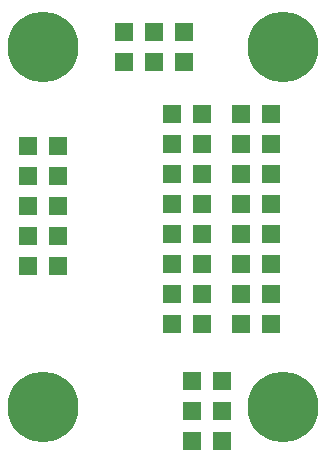
<source format=gbr>
G04 #@! TF.FileFunction,Soldermask,Top*
%FSLAX46Y46*%
G04 Gerber Fmt 4.6, Leading zero omitted, Abs format (unit mm)*
G04 Created by KiCad (PCBNEW 0.201505041002+5641~23~ubuntu14.04.1-product) date St 6. květen 2015, 01:30:27 CEST*
%MOMM*%
G01*
G04 APERTURE LIST*
%ADD10C,0.300000*%
%ADD11R,1.524000X1.524000*%
%ADD12C,6.000000*%
G04 APERTURE END LIST*
D10*
D11*
X20193000Y2159000D03*
X17653000Y2159000D03*
X20193000Y4699000D03*
X17653000Y4699000D03*
X20193000Y7239000D03*
X17653000Y7239000D03*
X21844000Y27305000D03*
X24384000Y27305000D03*
D12*
X25400000Y35560000D03*
X5080000Y35560000D03*
X25400000Y5080000D03*
X5080000Y5080000D03*
D11*
X16002000Y12065000D03*
X18542000Y12065000D03*
X16002000Y14605000D03*
X18542000Y14605000D03*
X16002000Y17145000D03*
X18542000Y17145000D03*
X16002000Y19685000D03*
X18542000Y19685000D03*
X16002000Y22225000D03*
X18542000Y22225000D03*
X16002000Y24765000D03*
X18542000Y24765000D03*
X16002000Y27305000D03*
X18542000Y27305000D03*
X16002000Y29845000D03*
X18542000Y29845000D03*
X21844000Y12065000D03*
X24384000Y12065000D03*
X21844000Y14605000D03*
X24384000Y14605000D03*
X21844000Y17145000D03*
X24384000Y17145000D03*
X21844000Y19685000D03*
X24384000Y19685000D03*
X21844000Y22225000D03*
X24384000Y22225000D03*
X21844000Y24765000D03*
X24384000Y24765000D03*
X21844000Y29845000D03*
X24384000Y29845000D03*
X17018000Y34290000D03*
X17018000Y36830000D03*
X6350000Y17018000D03*
X3810000Y17018000D03*
X6350000Y19558000D03*
X3810000Y19558000D03*
X6350000Y22098000D03*
X3810000Y22098000D03*
X6350000Y24638000D03*
X3810000Y24638000D03*
X6350000Y27178000D03*
X3810000Y27178000D03*
X14478000Y36830000D03*
X14478000Y34290000D03*
X11938000Y36830000D03*
X11938000Y34290000D03*
M02*

</source>
